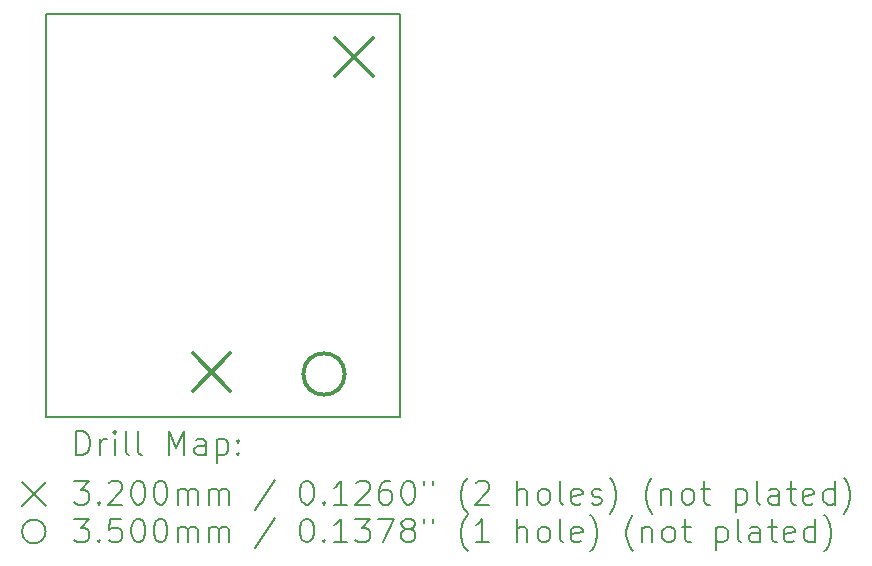
<source format=gbr>
%TF.GenerationSoftware,KiCad,Pcbnew,7.0.9*%
%TF.CreationDate,2023-11-11T09:59:14+01:00*%
%TF.ProjectId,CO2-PwrSupply,434f322d-5077-4725-9375-70706c792e6b,1.0*%
%TF.SameCoordinates,Original*%
%TF.FileFunction,Drillmap*%
%TF.FilePolarity,Positive*%
%FSLAX45Y45*%
G04 Gerber Fmt 4.5, Leading zero omitted, Abs format (unit mm)*
G04 Created by KiCad (PCBNEW 7.0.9) date 2023-11-11 09:59:14*
%MOMM*%
%LPD*%
G01*
G04 APERTURE LIST*
%ADD10C,0.150000*%
%ADD11C,0.200000*%
%ADD12C,0.320000*%
%ADD13C,0.350000*%
G04 APERTURE END LIST*
D10*
X4937300Y-1714500D02*
X7934500Y-1714500D01*
X7934500Y-5130800D01*
X4937300Y-5130800D01*
X4937300Y-1714500D01*
D11*
D12*
X6174300Y-4589800D02*
X6494300Y-4909800D01*
X6494300Y-4589800D02*
X6174300Y-4909800D01*
X7380800Y-1922800D02*
X7700800Y-2242800D01*
X7700800Y-1922800D02*
X7380800Y-2242800D01*
D13*
X7461800Y-4764800D02*
G75*
G03*
X7461800Y-4764800I-175000J0D01*
G01*
D11*
X5190577Y-5449784D02*
X5190577Y-5249784D01*
X5190577Y-5249784D02*
X5238196Y-5249784D01*
X5238196Y-5249784D02*
X5266767Y-5259308D01*
X5266767Y-5259308D02*
X5285815Y-5278355D01*
X5285815Y-5278355D02*
X5295339Y-5297403D01*
X5295339Y-5297403D02*
X5304863Y-5335498D01*
X5304863Y-5335498D02*
X5304863Y-5364070D01*
X5304863Y-5364070D02*
X5295339Y-5402165D01*
X5295339Y-5402165D02*
X5285815Y-5421212D01*
X5285815Y-5421212D02*
X5266767Y-5440260D01*
X5266767Y-5440260D02*
X5238196Y-5449784D01*
X5238196Y-5449784D02*
X5190577Y-5449784D01*
X5390577Y-5449784D02*
X5390577Y-5316450D01*
X5390577Y-5354546D02*
X5400101Y-5335498D01*
X5400101Y-5335498D02*
X5409624Y-5325974D01*
X5409624Y-5325974D02*
X5428672Y-5316450D01*
X5428672Y-5316450D02*
X5447720Y-5316450D01*
X5514386Y-5449784D02*
X5514386Y-5316450D01*
X5514386Y-5249784D02*
X5504863Y-5259308D01*
X5504863Y-5259308D02*
X5514386Y-5268831D01*
X5514386Y-5268831D02*
X5523910Y-5259308D01*
X5523910Y-5259308D02*
X5514386Y-5249784D01*
X5514386Y-5249784D02*
X5514386Y-5268831D01*
X5638196Y-5449784D02*
X5619148Y-5440260D01*
X5619148Y-5440260D02*
X5609624Y-5421212D01*
X5609624Y-5421212D02*
X5609624Y-5249784D01*
X5742958Y-5449784D02*
X5723910Y-5440260D01*
X5723910Y-5440260D02*
X5714386Y-5421212D01*
X5714386Y-5421212D02*
X5714386Y-5249784D01*
X5971529Y-5449784D02*
X5971529Y-5249784D01*
X5971529Y-5249784D02*
X6038196Y-5392641D01*
X6038196Y-5392641D02*
X6104862Y-5249784D01*
X6104862Y-5249784D02*
X6104862Y-5449784D01*
X6285815Y-5449784D02*
X6285815Y-5345022D01*
X6285815Y-5345022D02*
X6276291Y-5325974D01*
X6276291Y-5325974D02*
X6257243Y-5316450D01*
X6257243Y-5316450D02*
X6219148Y-5316450D01*
X6219148Y-5316450D02*
X6200101Y-5325974D01*
X6285815Y-5440260D02*
X6266767Y-5449784D01*
X6266767Y-5449784D02*
X6219148Y-5449784D01*
X6219148Y-5449784D02*
X6200101Y-5440260D01*
X6200101Y-5440260D02*
X6190577Y-5421212D01*
X6190577Y-5421212D02*
X6190577Y-5402165D01*
X6190577Y-5402165D02*
X6200101Y-5383117D01*
X6200101Y-5383117D02*
X6219148Y-5373593D01*
X6219148Y-5373593D02*
X6266767Y-5373593D01*
X6266767Y-5373593D02*
X6285815Y-5364070D01*
X6381053Y-5316450D02*
X6381053Y-5516450D01*
X6381053Y-5325974D02*
X6400101Y-5316450D01*
X6400101Y-5316450D02*
X6438196Y-5316450D01*
X6438196Y-5316450D02*
X6457243Y-5325974D01*
X6457243Y-5325974D02*
X6466767Y-5335498D01*
X6466767Y-5335498D02*
X6476291Y-5354546D01*
X6476291Y-5354546D02*
X6476291Y-5411689D01*
X6476291Y-5411689D02*
X6466767Y-5430736D01*
X6466767Y-5430736D02*
X6457243Y-5440260D01*
X6457243Y-5440260D02*
X6438196Y-5449784D01*
X6438196Y-5449784D02*
X6400101Y-5449784D01*
X6400101Y-5449784D02*
X6381053Y-5440260D01*
X6562005Y-5430736D02*
X6571529Y-5440260D01*
X6571529Y-5440260D02*
X6562005Y-5449784D01*
X6562005Y-5449784D02*
X6552482Y-5440260D01*
X6552482Y-5440260D02*
X6562005Y-5430736D01*
X6562005Y-5430736D02*
X6562005Y-5449784D01*
X6562005Y-5325974D02*
X6571529Y-5335498D01*
X6571529Y-5335498D02*
X6562005Y-5345022D01*
X6562005Y-5345022D02*
X6552482Y-5335498D01*
X6552482Y-5335498D02*
X6562005Y-5325974D01*
X6562005Y-5325974D02*
X6562005Y-5345022D01*
X4729800Y-5678300D02*
X4929800Y-5878300D01*
X4929800Y-5678300D02*
X4729800Y-5878300D01*
X5171529Y-5669784D02*
X5295339Y-5669784D01*
X5295339Y-5669784D02*
X5228672Y-5745974D01*
X5228672Y-5745974D02*
X5257244Y-5745974D01*
X5257244Y-5745974D02*
X5276291Y-5755498D01*
X5276291Y-5755498D02*
X5285815Y-5765022D01*
X5285815Y-5765022D02*
X5295339Y-5784069D01*
X5295339Y-5784069D02*
X5295339Y-5831688D01*
X5295339Y-5831688D02*
X5285815Y-5850736D01*
X5285815Y-5850736D02*
X5276291Y-5860260D01*
X5276291Y-5860260D02*
X5257244Y-5869784D01*
X5257244Y-5869784D02*
X5200101Y-5869784D01*
X5200101Y-5869784D02*
X5181053Y-5860260D01*
X5181053Y-5860260D02*
X5171529Y-5850736D01*
X5381053Y-5850736D02*
X5390577Y-5860260D01*
X5390577Y-5860260D02*
X5381053Y-5869784D01*
X5381053Y-5869784D02*
X5371529Y-5860260D01*
X5371529Y-5860260D02*
X5381053Y-5850736D01*
X5381053Y-5850736D02*
X5381053Y-5869784D01*
X5466767Y-5688831D02*
X5476291Y-5679308D01*
X5476291Y-5679308D02*
X5495339Y-5669784D01*
X5495339Y-5669784D02*
X5542958Y-5669784D01*
X5542958Y-5669784D02*
X5562005Y-5679308D01*
X5562005Y-5679308D02*
X5571529Y-5688831D01*
X5571529Y-5688831D02*
X5581053Y-5707879D01*
X5581053Y-5707879D02*
X5581053Y-5726927D01*
X5581053Y-5726927D02*
X5571529Y-5755498D01*
X5571529Y-5755498D02*
X5457244Y-5869784D01*
X5457244Y-5869784D02*
X5581053Y-5869784D01*
X5704862Y-5669784D02*
X5723910Y-5669784D01*
X5723910Y-5669784D02*
X5742958Y-5679308D01*
X5742958Y-5679308D02*
X5752482Y-5688831D01*
X5752482Y-5688831D02*
X5762005Y-5707879D01*
X5762005Y-5707879D02*
X5771529Y-5745974D01*
X5771529Y-5745974D02*
X5771529Y-5793593D01*
X5771529Y-5793593D02*
X5762005Y-5831688D01*
X5762005Y-5831688D02*
X5752482Y-5850736D01*
X5752482Y-5850736D02*
X5742958Y-5860260D01*
X5742958Y-5860260D02*
X5723910Y-5869784D01*
X5723910Y-5869784D02*
X5704862Y-5869784D01*
X5704862Y-5869784D02*
X5685815Y-5860260D01*
X5685815Y-5860260D02*
X5676291Y-5850736D01*
X5676291Y-5850736D02*
X5666767Y-5831688D01*
X5666767Y-5831688D02*
X5657243Y-5793593D01*
X5657243Y-5793593D02*
X5657243Y-5745974D01*
X5657243Y-5745974D02*
X5666767Y-5707879D01*
X5666767Y-5707879D02*
X5676291Y-5688831D01*
X5676291Y-5688831D02*
X5685815Y-5679308D01*
X5685815Y-5679308D02*
X5704862Y-5669784D01*
X5895339Y-5669784D02*
X5914386Y-5669784D01*
X5914386Y-5669784D02*
X5933434Y-5679308D01*
X5933434Y-5679308D02*
X5942958Y-5688831D01*
X5942958Y-5688831D02*
X5952482Y-5707879D01*
X5952482Y-5707879D02*
X5962005Y-5745974D01*
X5962005Y-5745974D02*
X5962005Y-5793593D01*
X5962005Y-5793593D02*
X5952482Y-5831688D01*
X5952482Y-5831688D02*
X5942958Y-5850736D01*
X5942958Y-5850736D02*
X5933434Y-5860260D01*
X5933434Y-5860260D02*
X5914386Y-5869784D01*
X5914386Y-5869784D02*
X5895339Y-5869784D01*
X5895339Y-5869784D02*
X5876291Y-5860260D01*
X5876291Y-5860260D02*
X5866767Y-5850736D01*
X5866767Y-5850736D02*
X5857243Y-5831688D01*
X5857243Y-5831688D02*
X5847720Y-5793593D01*
X5847720Y-5793593D02*
X5847720Y-5745974D01*
X5847720Y-5745974D02*
X5857243Y-5707879D01*
X5857243Y-5707879D02*
X5866767Y-5688831D01*
X5866767Y-5688831D02*
X5876291Y-5679308D01*
X5876291Y-5679308D02*
X5895339Y-5669784D01*
X6047720Y-5869784D02*
X6047720Y-5736450D01*
X6047720Y-5755498D02*
X6057243Y-5745974D01*
X6057243Y-5745974D02*
X6076291Y-5736450D01*
X6076291Y-5736450D02*
X6104863Y-5736450D01*
X6104863Y-5736450D02*
X6123910Y-5745974D01*
X6123910Y-5745974D02*
X6133434Y-5765022D01*
X6133434Y-5765022D02*
X6133434Y-5869784D01*
X6133434Y-5765022D02*
X6142958Y-5745974D01*
X6142958Y-5745974D02*
X6162005Y-5736450D01*
X6162005Y-5736450D02*
X6190577Y-5736450D01*
X6190577Y-5736450D02*
X6209624Y-5745974D01*
X6209624Y-5745974D02*
X6219148Y-5765022D01*
X6219148Y-5765022D02*
X6219148Y-5869784D01*
X6314386Y-5869784D02*
X6314386Y-5736450D01*
X6314386Y-5755498D02*
X6323910Y-5745974D01*
X6323910Y-5745974D02*
X6342958Y-5736450D01*
X6342958Y-5736450D02*
X6371529Y-5736450D01*
X6371529Y-5736450D02*
X6390577Y-5745974D01*
X6390577Y-5745974D02*
X6400101Y-5765022D01*
X6400101Y-5765022D02*
X6400101Y-5869784D01*
X6400101Y-5765022D02*
X6409624Y-5745974D01*
X6409624Y-5745974D02*
X6428672Y-5736450D01*
X6428672Y-5736450D02*
X6457243Y-5736450D01*
X6457243Y-5736450D02*
X6476291Y-5745974D01*
X6476291Y-5745974D02*
X6485815Y-5765022D01*
X6485815Y-5765022D02*
X6485815Y-5869784D01*
X6876291Y-5660260D02*
X6704863Y-5917403D01*
X7133434Y-5669784D02*
X7152482Y-5669784D01*
X7152482Y-5669784D02*
X7171529Y-5679308D01*
X7171529Y-5679308D02*
X7181053Y-5688831D01*
X7181053Y-5688831D02*
X7190577Y-5707879D01*
X7190577Y-5707879D02*
X7200101Y-5745974D01*
X7200101Y-5745974D02*
X7200101Y-5793593D01*
X7200101Y-5793593D02*
X7190577Y-5831688D01*
X7190577Y-5831688D02*
X7181053Y-5850736D01*
X7181053Y-5850736D02*
X7171529Y-5860260D01*
X7171529Y-5860260D02*
X7152482Y-5869784D01*
X7152482Y-5869784D02*
X7133434Y-5869784D01*
X7133434Y-5869784D02*
X7114386Y-5860260D01*
X7114386Y-5860260D02*
X7104863Y-5850736D01*
X7104863Y-5850736D02*
X7095339Y-5831688D01*
X7095339Y-5831688D02*
X7085815Y-5793593D01*
X7085815Y-5793593D02*
X7085815Y-5745974D01*
X7085815Y-5745974D02*
X7095339Y-5707879D01*
X7095339Y-5707879D02*
X7104863Y-5688831D01*
X7104863Y-5688831D02*
X7114386Y-5679308D01*
X7114386Y-5679308D02*
X7133434Y-5669784D01*
X7285815Y-5850736D02*
X7295339Y-5860260D01*
X7295339Y-5860260D02*
X7285815Y-5869784D01*
X7285815Y-5869784D02*
X7276291Y-5860260D01*
X7276291Y-5860260D02*
X7285815Y-5850736D01*
X7285815Y-5850736D02*
X7285815Y-5869784D01*
X7485815Y-5869784D02*
X7371529Y-5869784D01*
X7428672Y-5869784D02*
X7428672Y-5669784D01*
X7428672Y-5669784D02*
X7409625Y-5698355D01*
X7409625Y-5698355D02*
X7390577Y-5717403D01*
X7390577Y-5717403D02*
X7371529Y-5726927D01*
X7562006Y-5688831D02*
X7571529Y-5679308D01*
X7571529Y-5679308D02*
X7590577Y-5669784D01*
X7590577Y-5669784D02*
X7638196Y-5669784D01*
X7638196Y-5669784D02*
X7657244Y-5679308D01*
X7657244Y-5679308D02*
X7666767Y-5688831D01*
X7666767Y-5688831D02*
X7676291Y-5707879D01*
X7676291Y-5707879D02*
X7676291Y-5726927D01*
X7676291Y-5726927D02*
X7666767Y-5755498D01*
X7666767Y-5755498D02*
X7552482Y-5869784D01*
X7552482Y-5869784D02*
X7676291Y-5869784D01*
X7847720Y-5669784D02*
X7809625Y-5669784D01*
X7809625Y-5669784D02*
X7790577Y-5679308D01*
X7790577Y-5679308D02*
X7781053Y-5688831D01*
X7781053Y-5688831D02*
X7762006Y-5717403D01*
X7762006Y-5717403D02*
X7752482Y-5755498D01*
X7752482Y-5755498D02*
X7752482Y-5831688D01*
X7752482Y-5831688D02*
X7762006Y-5850736D01*
X7762006Y-5850736D02*
X7771529Y-5860260D01*
X7771529Y-5860260D02*
X7790577Y-5869784D01*
X7790577Y-5869784D02*
X7828672Y-5869784D01*
X7828672Y-5869784D02*
X7847720Y-5860260D01*
X7847720Y-5860260D02*
X7857244Y-5850736D01*
X7857244Y-5850736D02*
X7866767Y-5831688D01*
X7866767Y-5831688D02*
X7866767Y-5784069D01*
X7866767Y-5784069D02*
X7857244Y-5765022D01*
X7857244Y-5765022D02*
X7847720Y-5755498D01*
X7847720Y-5755498D02*
X7828672Y-5745974D01*
X7828672Y-5745974D02*
X7790577Y-5745974D01*
X7790577Y-5745974D02*
X7771529Y-5755498D01*
X7771529Y-5755498D02*
X7762006Y-5765022D01*
X7762006Y-5765022D02*
X7752482Y-5784069D01*
X7990577Y-5669784D02*
X8009625Y-5669784D01*
X8009625Y-5669784D02*
X8028672Y-5679308D01*
X8028672Y-5679308D02*
X8038196Y-5688831D01*
X8038196Y-5688831D02*
X8047720Y-5707879D01*
X8047720Y-5707879D02*
X8057244Y-5745974D01*
X8057244Y-5745974D02*
X8057244Y-5793593D01*
X8057244Y-5793593D02*
X8047720Y-5831688D01*
X8047720Y-5831688D02*
X8038196Y-5850736D01*
X8038196Y-5850736D02*
X8028672Y-5860260D01*
X8028672Y-5860260D02*
X8009625Y-5869784D01*
X8009625Y-5869784D02*
X7990577Y-5869784D01*
X7990577Y-5869784D02*
X7971529Y-5860260D01*
X7971529Y-5860260D02*
X7962006Y-5850736D01*
X7962006Y-5850736D02*
X7952482Y-5831688D01*
X7952482Y-5831688D02*
X7942958Y-5793593D01*
X7942958Y-5793593D02*
X7942958Y-5745974D01*
X7942958Y-5745974D02*
X7952482Y-5707879D01*
X7952482Y-5707879D02*
X7962006Y-5688831D01*
X7962006Y-5688831D02*
X7971529Y-5679308D01*
X7971529Y-5679308D02*
X7990577Y-5669784D01*
X8133434Y-5669784D02*
X8133434Y-5707879D01*
X8209625Y-5669784D02*
X8209625Y-5707879D01*
X8504863Y-5945974D02*
X8495339Y-5936450D01*
X8495339Y-5936450D02*
X8476291Y-5907879D01*
X8476291Y-5907879D02*
X8466768Y-5888831D01*
X8466768Y-5888831D02*
X8457244Y-5860260D01*
X8457244Y-5860260D02*
X8447720Y-5812641D01*
X8447720Y-5812641D02*
X8447720Y-5774546D01*
X8447720Y-5774546D02*
X8457244Y-5726927D01*
X8457244Y-5726927D02*
X8466768Y-5698355D01*
X8466768Y-5698355D02*
X8476291Y-5679308D01*
X8476291Y-5679308D02*
X8495339Y-5650736D01*
X8495339Y-5650736D02*
X8504863Y-5641212D01*
X8571530Y-5688831D02*
X8581053Y-5679308D01*
X8581053Y-5679308D02*
X8600101Y-5669784D01*
X8600101Y-5669784D02*
X8647720Y-5669784D01*
X8647720Y-5669784D02*
X8666768Y-5679308D01*
X8666768Y-5679308D02*
X8676291Y-5688831D01*
X8676291Y-5688831D02*
X8685815Y-5707879D01*
X8685815Y-5707879D02*
X8685815Y-5726927D01*
X8685815Y-5726927D02*
X8676291Y-5755498D01*
X8676291Y-5755498D02*
X8562006Y-5869784D01*
X8562006Y-5869784D02*
X8685815Y-5869784D01*
X8923911Y-5869784D02*
X8923911Y-5669784D01*
X9009625Y-5869784D02*
X9009625Y-5765022D01*
X9009625Y-5765022D02*
X9000101Y-5745974D01*
X9000101Y-5745974D02*
X8981053Y-5736450D01*
X8981053Y-5736450D02*
X8952482Y-5736450D01*
X8952482Y-5736450D02*
X8933434Y-5745974D01*
X8933434Y-5745974D02*
X8923911Y-5755498D01*
X9133434Y-5869784D02*
X9114387Y-5860260D01*
X9114387Y-5860260D02*
X9104863Y-5850736D01*
X9104863Y-5850736D02*
X9095339Y-5831688D01*
X9095339Y-5831688D02*
X9095339Y-5774546D01*
X9095339Y-5774546D02*
X9104863Y-5755498D01*
X9104863Y-5755498D02*
X9114387Y-5745974D01*
X9114387Y-5745974D02*
X9133434Y-5736450D01*
X9133434Y-5736450D02*
X9162006Y-5736450D01*
X9162006Y-5736450D02*
X9181053Y-5745974D01*
X9181053Y-5745974D02*
X9190577Y-5755498D01*
X9190577Y-5755498D02*
X9200101Y-5774546D01*
X9200101Y-5774546D02*
X9200101Y-5831688D01*
X9200101Y-5831688D02*
X9190577Y-5850736D01*
X9190577Y-5850736D02*
X9181053Y-5860260D01*
X9181053Y-5860260D02*
X9162006Y-5869784D01*
X9162006Y-5869784D02*
X9133434Y-5869784D01*
X9314387Y-5869784D02*
X9295339Y-5860260D01*
X9295339Y-5860260D02*
X9285815Y-5841212D01*
X9285815Y-5841212D02*
X9285815Y-5669784D01*
X9466768Y-5860260D02*
X9447720Y-5869784D01*
X9447720Y-5869784D02*
X9409625Y-5869784D01*
X9409625Y-5869784D02*
X9390577Y-5860260D01*
X9390577Y-5860260D02*
X9381053Y-5841212D01*
X9381053Y-5841212D02*
X9381053Y-5765022D01*
X9381053Y-5765022D02*
X9390577Y-5745974D01*
X9390577Y-5745974D02*
X9409625Y-5736450D01*
X9409625Y-5736450D02*
X9447720Y-5736450D01*
X9447720Y-5736450D02*
X9466768Y-5745974D01*
X9466768Y-5745974D02*
X9476292Y-5765022D01*
X9476292Y-5765022D02*
X9476292Y-5784069D01*
X9476292Y-5784069D02*
X9381053Y-5803117D01*
X9552482Y-5860260D02*
X9571530Y-5869784D01*
X9571530Y-5869784D02*
X9609625Y-5869784D01*
X9609625Y-5869784D02*
X9628673Y-5860260D01*
X9628673Y-5860260D02*
X9638196Y-5841212D01*
X9638196Y-5841212D02*
X9638196Y-5831688D01*
X9638196Y-5831688D02*
X9628673Y-5812641D01*
X9628673Y-5812641D02*
X9609625Y-5803117D01*
X9609625Y-5803117D02*
X9581053Y-5803117D01*
X9581053Y-5803117D02*
X9562006Y-5793593D01*
X9562006Y-5793593D02*
X9552482Y-5774546D01*
X9552482Y-5774546D02*
X9552482Y-5765022D01*
X9552482Y-5765022D02*
X9562006Y-5745974D01*
X9562006Y-5745974D02*
X9581053Y-5736450D01*
X9581053Y-5736450D02*
X9609625Y-5736450D01*
X9609625Y-5736450D02*
X9628673Y-5745974D01*
X9704863Y-5945974D02*
X9714387Y-5936450D01*
X9714387Y-5936450D02*
X9733434Y-5907879D01*
X9733434Y-5907879D02*
X9742958Y-5888831D01*
X9742958Y-5888831D02*
X9752482Y-5860260D01*
X9752482Y-5860260D02*
X9762006Y-5812641D01*
X9762006Y-5812641D02*
X9762006Y-5774546D01*
X9762006Y-5774546D02*
X9752482Y-5726927D01*
X9752482Y-5726927D02*
X9742958Y-5698355D01*
X9742958Y-5698355D02*
X9733434Y-5679308D01*
X9733434Y-5679308D02*
X9714387Y-5650736D01*
X9714387Y-5650736D02*
X9704863Y-5641212D01*
X10066768Y-5945974D02*
X10057244Y-5936450D01*
X10057244Y-5936450D02*
X10038196Y-5907879D01*
X10038196Y-5907879D02*
X10028673Y-5888831D01*
X10028673Y-5888831D02*
X10019149Y-5860260D01*
X10019149Y-5860260D02*
X10009625Y-5812641D01*
X10009625Y-5812641D02*
X10009625Y-5774546D01*
X10009625Y-5774546D02*
X10019149Y-5726927D01*
X10019149Y-5726927D02*
X10028673Y-5698355D01*
X10028673Y-5698355D02*
X10038196Y-5679308D01*
X10038196Y-5679308D02*
X10057244Y-5650736D01*
X10057244Y-5650736D02*
X10066768Y-5641212D01*
X10142958Y-5736450D02*
X10142958Y-5869784D01*
X10142958Y-5755498D02*
X10152482Y-5745974D01*
X10152482Y-5745974D02*
X10171530Y-5736450D01*
X10171530Y-5736450D02*
X10200101Y-5736450D01*
X10200101Y-5736450D02*
X10219149Y-5745974D01*
X10219149Y-5745974D02*
X10228673Y-5765022D01*
X10228673Y-5765022D02*
X10228673Y-5869784D01*
X10352482Y-5869784D02*
X10333434Y-5860260D01*
X10333434Y-5860260D02*
X10323911Y-5850736D01*
X10323911Y-5850736D02*
X10314387Y-5831688D01*
X10314387Y-5831688D02*
X10314387Y-5774546D01*
X10314387Y-5774546D02*
X10323911Y-5755498D01*
X10323911Y-5755498D02*
X10333434Y-5745974D01*
X10333434Y-5745974D02*
X10352482Y-5736450D01*
X10352482Y-5736450D02*
X10381054Y-5736450D01*
X10381054Y-5736450D02*
X10400101Y-5745974D01*
X10400101Y-5745974D02*
X10409625Y-5755498D01*
X10409625Y-5755498D02*
X10419149Y-5774546D01*
X10419149Y-5774546D02*
X10419149Y-5831688D01*
X10419149Y-5831688D02*
X10409625Y-5850736D01*
X10409625Y-5850736D02*
X10400101Y-5860260D01*
X10400101Y-5860260D02*
X10381054Y-5869784D01*
X10381054Y-5869784D02*
X10352482Y-5869784D01*
X10476292Y-5736450D02*
X10552482Y-5736450D01*
X10504863Y-5669784D02*
X10504863Y-5841212D01*
X10504863Y-5841212D02*
X10514387Y-5860260D01*
X10514387Y-5860260D02*
X10533434Y-5869784D01*
X10533434Y-5869784D02*
X10552482Y-5869784D01*
X10771530Y-5736450D02*
X10771530Y-5936450D01*
X10771530Y-5745974D02*
X10790577Y-5736450D01*
X10790577Y-5736450D02*
X10828673Y-5736450D01*
X10828673Y-5736450D02*
X10847720Y-5745974D01*
X10847720Y-5745974D02*
X10857244Y-5755498D01*
X10857244Y-5755498D02*
X10866768Y-5774546D01*
X10866768Y-5774546D02*
X10866768Y-5831688D01*
X10866768Y-5831688D02*
X10857244Y-5850736D01*
X10857244Y-5850736D02*
X10847720Y-5860260D01*
X10847720Y-5860260D02*
X10828673Y-5869784D01*
X10828673Y-5869784D02*
X10790577Y-5869784D01*
X10790577Y-5869784D02*
X10771530Y-5860260D01*
X10981054Y-5869784D02*
X10962006Y-5860260D01*
X10962006Y-5860260D02*
X10952482Y-5841212D01*
X10952482Y-5841212D02*
X10952482Y-5669784D01*
X11142958Y-5869784D02*
X11142958Y-5765022D01*
X11142958Y-5765022D02*
X11133435Y-5745974D01*
X11133435Y-5745974D02*
X11114387Y-5736450D01*
X11114387Y-5736450D02*
X11076292Y-5736450D01*
X11076292Y-5736450D02*
X11057244Y-5745974D01*
X11142958Y-5860260D02*
X11123911Y-5869784D01*
X11123911Y-5869784D02*
X11076292Y-5869784D01*
X11076292Y-5869784D02*
X11057244Y-5860260D01*
X11057244Y-5860260D02*
X11047720Y-5841212D01*
X11047720Y-5841212D02*
X11047720Y-5822165D01*
X11047720Y-5822165D02*
X11057244Y-5803117D01*
X11057244Y-5803117D02*
X11076292Y-5793593D01*
X11076292Y-5793593D02*
X11123911Y-5793593D01*
X11123911Y-5793593D02*
X11142958Y-5784069D01*
X11209625Y-5736450D02*
X11285815Y-5736450D01*
X11238196Y-5669784D02*
X11238196Y-5841212D01*
X11238196Y-5841212D02*
X11247720Y-5860260D01*
X11247720Y-5860260D02*
X11266768Y-5869784D01*
X11266768Y-5869784D02*
X11285815Y-5869784D01*
X11428673Y-5860260D02*
X11409625Y-5869784D01*
X11409625Y-5869784D02*
X11371530Y-5869784D01*
X11371530Y-5869784D02*
X11352482Y-5860260D01*
X11352482Y-5860260D02*
X11342958Y-5841212D01*
X11342958Y-5841212D02*
X11342958Y-5765022D01*
X11342958Y-5765022D02*
X11352482Y-5745974D01*
X11352482Y-5745974D02*
X11371530Y-5736450D01*
X11371530Y-5736450D02*
X11409625Y-5736450D01*
X11409625Y-5736450D02*
X11428673Y-5745974D01*
X11428673Y-5745974D02*
X11438196Y-5765022D01*
X11438196Y-5765022D02*
X11438196Y-5784069D01*
X11438196Y-5784069D02*
X11342958Y-5803117D01*
X11609625Y-5869784D02*
X11609625Y-5669784D01*
X11609625Y-5860260D02*
X11590577Y-5869784D01*
X11590577Y-5869784D02*
X11552482Y-5869784D01*
X11552482Y-5869784D02*
X11533434Y-5860260D01*
X11533434Y-5860260D02*
X11523911Y-5850736D01*
X11523911Y-5850736D02*
X11514387Y-5831688D01*
X11514387Y-5831688D02*
X11514387Y-5774546D01*
X11514387Y-5774546D02*
X11523911Y-5755498D01*
X11523911Y-5755498D02*
X11533434Y-5745974D01*
X11533434Y-5745974D02*
X11552482Y-5736450D01*
X11552482Y-5736450D02*
X11590577Y-5736450D01*
X11590577Y-5736450D02*
X11609625Y-5745974D01*
X11685815Y-5945974D02*
X11695339Y-5936450D01*
X11695339Y-5936450D02*
X11714387Y-5907879D01*
X11714387Y-5907879D02*
X11723911Y-5888831D01*
X11723911Y-5888831D02*
X11733434Y-5860260D01*
X11733434Y-5860260D02*
X11742958Y-5812641D01*
X11742958Y-5812641D02*
X11742958Y-5774546D01*
X11742958Y-5774546D02*
X11733434Y-5726927D01*
X11733434Y-5726927D02*
X11723911Y-5698355D01*
X11723911Y-5698355D02*
X11714387Y-5679308D01*
X11714387Y-5679308D02*
X11695339Y-5650736D01*
X11695339Y-5650736D02*
X11685815Y-5641212D01*
X4929800Y-6098300D02*
G75*
G03*
X4929800Y-6098300I-100000J0D01*
G01*
X5171529Y-5989784D02*
X5295339Y-5989784D01*
X5295339Y-5989784D02*
X5228672Y-6065974D01*
X5228672Y-6065974D02*
X5257244Y-6065974D01*
X5257244Y-6065974D02*
X5276291Y-6075498D01*
X5276291Y-6075498D02*
X5285815Y-6085022D01*
X5285815Y-6085022D02*
X5295339Y-6104069D01*
X5295339Y-6104069D02*
X5295339Y-6151688D01*
X5295339Y-6151688D02*
X5285815Y-6170736D01*
X5285815Y-6170736D02*
X5276291Y-6180260D01*
X5276291Y-6180260D02*
X5257244Y-6189784D01*
X5257244Y-6189784D02*
X5200101Y-6189784D01*
X5200101Y-6189784D02*
X5181053Y-6180260D01*
X5181053Y-6180260D02*
X5171529Y-6170736D01*
X5381053Y-6170736D02*
X5390577Y-6180260D01*
X5390577Y-6180260D02*
X5381053Y-6189784D01*
X5381053Y-6189784D02*
X5371529Y-6180260D01*
X5371529Y-6180260D02*
X5381053Y-6170736D01*
X5381053Y-6170736D02*
X5381053Y-6189784D01*
X5571529Y-5989784D02*
X5476291Y-5989784D01*
X5476291Y-5989784D02*
X5466767Y-6085022D01*
X5466767Y-6085022D02*
X5476291Y-6075498D01*
X5476291Y-6075498D02*
X5495339Y-6065974D01*
X5495339Y-6065974D02*
X5542958Y-6065974D01*
X5542958Y-6065974D02*
X5562005Y-6075498D01*
X5562005Y-6075498D02*
X5571529Y-6085022D01*
X5571529Y-6085022D02*
X5581053Y-6104069D01*
X5581053Y-6104069D02*
X5581053Y-6151688D01*
X5581053Y-6151688D02*
X5571529Y-6170736D01*
X5571529Y-6170736D02*
X5562005Y-6180260D01*
X5562005Y-6180260D02*
X5542958Y-6189784D01*
X5542958Y-6189784D02*
X5495339Y-6189784D01*
X5495339Y-6189784D02*
X5476291Y-6180260D01*
X5476291Y-6180260D02*
X5466767Y-6170736D01*
X5704862Y-5989784D02*
X5723910Y-5989784D01*
X5723910Y-5989784D02*
X5742958Y-5999308D01*
X5742958Y-5999308D02*
X5752482Y-6008831D01*
X5752482Y-6008831D02*
X5762005Y-6027879D01*
X5762005Y-6027879D02*
X5771529Y-6065974D01*
X5771529Y-6065974D02*
X5771529Y-6113593D01*
X5771529Y-6113593D02*
X5762005Y-6151688D01*
X5762005Y-6151688D02*
X5752482Y-6170736D01*
X5752482Y-6170736D02*
X5742958Y-6180260D01*
X5742958Y-6180260D02*
X5723910Y-6189784D01*
X5723910Y-6189784D02*
X5704862Y-6189784D01*
X5704862Y-6189784D02*
X5685815Y-6180260D01*
X5685815Y-6180260D02*
X5676291Y-6170736D01*
X5676291Y-6170736D02*
X5666767Y-6151688D01*
X5666767Y-6151688D02*
X5657243Y-6113593D01*
X5657243Y-6113593D02*
X5657243Y-6065974D01*
X5657243Y-6065974D02*
X5666767Y-6027879D01*
X5666767Y-6027879D02*
X5676291Y-6008831D01*
X5676291Y-6008831D02*
X5685815Y-5999308D01*
X5685815Y-5999308D02*
X5704862Y-5989784D01*
X5895339Y-5989784D02*
X5914386Y-5989784D01*
X5914386Y-5989784D02*
X5933434Y-5999308D01*
X5933434Y-5999308D02*
X5942958Y-6008831D01*
X5942958Y-6008831D02*
X5952482Y-6027879D01*
X5952482Y-6027879D02*
X5962005Y-6065974D01*
X5962005Y-6065974D02*
X5962005Y-6113593D01*
X5962005Y-6113593D02*
X5952482Y-6151688D01*
X5952482Y-6151688D02*
X5942958Y-6170736D01*
X5942958Y-6170736D02*
X5933434Y-6180260D01*
X5933434Y-6180260D02*
X5914386Y-6189784D01*
X5914386Y-6189784D02*
X5895339Y-6189784D01*
X5895339Y-6189784D02*
X5876291Y-6180260D01*
X5876291Y-6180260D02*
X5866767Y-6170736D01*
X5866767Y-6170736D02*
X5857243Y-6151688D01*
X5857243Y-6151688D02*
X5847720Y-6113593D01*
X5847720Y-6113593D02*
X5847720Y-6065974D01*
X5847720Y-6065974D02*
X5857243Y-6027879D01*
X5857243Y-6027879D02*
X5866767Y-6008831D01*
X5866767Y-6008831D02*
X5876291Y-5999308D01*
X5876291Y-5999308D02*
X5895339Y-5989784D01*
X6047720Y-6189784D02*
X6047720Y-6056450D01*
X6047720Y-6075498D02*
X6057243Y-6065974D01*
X6057243Y-6065974D02*
X6076291Y-6056450D01*
X6076291Y-6056450D02*
X6104863Y-6056450D01*
X6104863Y-6056450D02*
X6123910Y-6065974D01*
X6123910Y-6065974D02*
X6133434Y-6085022D01*
X6133434Y-6085022D02*
X6133434Y-6189784D01*
X6133434Y-6085022D02*
X6142958Y-6065974D01*
X6142958Y-6065974D02*
X6162005Y-6056450D01*
X6162005Y-6056450D02*
X6190577Y-6056450D01*
X6190577Y-6056450D02*
X6209624Y-6065974D01*
X6209624Y-6065974D02*
X6219148Y-6085022D01*
X6219148Y-6085022D02*
X6219148Y-6189784D01*
X6314386Y-6189784D02*
X6314386Y-6056450D01*
X6314386Y-6075498D02*
X6323910Y-6065974D01*
X6323910Y-6065974D02*
X6342958Y-6056450D01*
X6342958Y-6056450D02*
X6371529Y-6056450D01*
X6371529Y-6056450D02*
X6390577Y-6065974D01*
X6390577Y-6065974D02*
X6400101Y-6085022D01*
X6400101Y-6085022D02*
X6400101Y-6189784D01*
X6400101Y-6085022D02*
X6409624Y-6065974D01*
X6409624Y-6065974D02*
X6428672Y-6056450D01*
X6428672Y-6056450D02*
X6457243Y-6056450D01*
X6457243Y-6056450D02*
X6476291Y-6065974D01*
X6476291Y-6065974D02*
X6485815Y-6085022D01*
X6485815Y-6085022D02*
X6485815Y-6189784D01*
X6876291Y-5980260D02*
X6704863Y-6237403D01*
X7133434Y-5989784D02*
X7152482Y-5989784D01*
X7152482Y-5989784D02*
X7171529Y-5999308D01*
X7171529Y-5999308D02*
X7181053Y-6008831D01*
X7181053Y-6008831D02*
X7190577Y-6027879D01*
X7190577Y-6027879D02*
X7200101Y-6065974D01*
X7200101Y-6065974D02*
X7200101Y-6113593D01*
X7200101Y-6113593D02*
X7190577Y-6151688D01*
X7190577Y-6151688D02*
X7181053Y-6170736D01*
X7181053Y-6170736D02*
X7171529Y-6180260D01*
X7171529Y-6180260D02*
X7152482Y-6189784D01*
X7152482Y-6189784D02*
X7133434Y-6189784D01*
X7133434Y-6189784D02*
X7114386Y-6180260D01*
X7114386Y-6180260D02*
X7104863Y-6170736D01*
X7104863Y-6170736D02*
X7095339Y-6151688D01*
X7095339Y-6151688D02*
X7085815Y-6113593D01*
X7085815Y-6113593D02*
X7085815Y-6065974D01*
X7085815Y-6065974D02*
X7095339Y-6027879D01*
X7095339Y-6027879D02*
X7104863Y-6008831D01*
X7104863Y-6008831D02*
X7114386Y-5999308D01*
X7114386Y-5999308D02*
X7133434Y-5989784D01*
X7285815Y-6170736D02*
X7295339Y-6180260D01*
X7295339Y-6180260D02*
X7285815Y-6189784D01*
X7285815Y-6189784D02*
X7276291Y-6180260D01*
X7276291Y-6180260D02*
X7285815Y-6170736D01*
X7285815Y-6170736D02*
X7285815Y-6189784D01*
X7485815Y-6189784D02*
X7371529Y-6189784D01*
X7428672Y-6189784D02*
X7428672Y-5989784D01*
X7428672Y-5989784D02*
X7409625Y-6018355D01*
X7409625Y-6018355D02*
X7390577Y-6037403D01*
X7390577Y-6037403D02*
X7371529Y-6046927D01*
X7552482Y-5989784D02*
X7676291Y-5989784D01*
X7676291Y-5989784D02*
X7609625Y-6065974D01*
X7609625Y-6065974D02*
X7638196Y-6065974D01*
X7638196Y-6065974D02*
X7657244Y-6075498D01*
X7657244Y-6075498D02*
X7666767Y-6085022D01*
X7666767Y-6085022D02*
X7676291Y-6104069D01*
X7676291Y-6104069D02*
X7676291Y-6151688D01*
X7676291Y-6151688D02*
X7666767Y-6170736D01*
X7666767Y-6170736D02*
X7657244Y-6180260D01*
X7657244Y-6180260D02*
X7638196Y-6189784D01*
X7638196Y-6189784D02*
X7581053Y-6189784D01*
X7581053Y-6189784D02*
X7562006Y-6180260D01*
X7562006Y-6180260D02*
X7552482Y-6170736D01*
X7742958Y-5989784D02*
X7876291Y-5989784D01*
X7876291Y-5989784D02*
X7790577Y-6189784D01*
X7981053Y-6075498D02*
X7962006Y-6065974D01*
X7962006Y-6065974D02*
X7952482Y-6056450D01*
X7952482Y-6056450D02*
X7942958Y-6037403D01*
X7942958Y-6037403D02*
X7942958Y-6027879D01*
X7942958Y-6027879D02*
X7952482Y-6008831D01*
X7952482Y-6008831D02*
X7962006Y-5999308D01*
X7962006Y-5999308D02*
X7981053Y-5989784D01*
X7981053Y-5989784D02*
X8019148Y-5989784D01*
X8019148Y-5989784D02*
X8038196Y-5999308D01*
X8038196Y-5999308D02*
X8047720Y-6008831D01*
X8047720Y-6008831D02*
X8057244Y-6027879D01*
X8057244Y-6027879D02*
X8057244Y-6037403D01*
X8057244Y-6037403D02*
X8047720Y-6056450D01*
X8047720Y-6056450D02*
X8038196Y-6065974D01*
X8038196Y-6065974D02*
X8019148Y-6075498D01*
X8019148Y-6075498D02*
X7981053Y-6075498D01*
X7981053Y-6075498D02*
X7962006Y-6085022D01*
X7962006Y-6085022D02*
X7952482Y-6094546D01*
X7952482Y-6094546D02*
X7942958Y-6113593D01*
X7942958Y-6113593D02*
X7942958Y-6151688D01*
X7942958Y-6151688D02*
X7952482Y-6170736D01*
X7952482Y-6170736D02*
X7962006Y-6180260D01*
X7962006Y-6180260D02*
X7981053Y-6189784D01*
X7981053Y-6189784D02*
X8019148Y-6189784D01*
X8019148Y-6189784D02*
X8038196Y-6180260D01*
X8038196Y-6180260D02*
X8047720Y-6170736D01*
X8047720Y-6170736D02*
X8057244Y-6151688D01*
X8057244Y-6151688D02*
X8057244Y-6113593D01*
X8057244Y-6113593D02*
X8047720Y-6094546D01*
X8047720Y-6094546D02*
X8038196Y-6085022D01*
X8038196Y-6085022D02*
X8019148Y-6075498D01*
X8133434Y-5989784D02*
X8133434Y-6027879D01*
X8209625Y-5989784D02*
X8209625Y-6027879D01*
X8504863Y-6265974D02*
X8495339Y-6256450D01*
X8495339Y-6256450D02*
X8476291Y-6227879D01*
X8476291Y-6227879D02*
X8466768Y-6208831D01*
X8466768Y-6208831D02*
X8457244Y-6180260D01*
X8457244Y-6180260D02*
X8447720Y-6132641D01*
X8447720Y-6132641D02*
X8447720Y-6094546D01*
X8447720Y-6094546D02*
X8457244Y-6046927D01*
X8457244Y-6046927D02*
X8466768Y-6018355D01*
X8466768Y-6018355D02*
X8476291Y-5999308D01*
X8476291Y-5999308D02*
X8495339Y-5970736D01*
X8495339Y-5970736D02*
X8504863Y-5961212D01*
X8685815Y-6189784D02*
X8571530Y-6189784D01*
X8628672Y-6189784D02*
X8628672Y-5989784D01*
X8628672Y-5989784D02*
X8609625Y-6018355D01*
X8609625Y-6018355D02*
X8590577Y-6037403D01*
X8590577Y-6037403D02*
X8571530Y-6046927D01*
X8923911Y-6189784D02*
X8923911Y-5989784D01*
X9009625Y-6189784D02*
X9009625Y-6085022D01*
X9009625Y-6085022D02*
X9000101Y-6065974D01*
X9000101Y-6065974D02*
X8981053Y-6056450D01*
X8981053Y-6056450D02*
X8952482Y-6056450D01*
X8952482Y-6056450D02*
X8933434Y-6065974D01*
X8933434Y-6065974D02*
X8923911Y-6075498D01*
X9133434Y-6189784D02*
X9114387Y-6180260D01*
X9114387Y-6180260D02*
X9104863Y-6170736D01*
X9104863Y-6170736D02*
X9095339Y-6151688D01*
X9095339Y-6151688D02*
X9095339Y-6094546D01*
X9095339Y-6094546D02*
X9104863Y-6075498D01*
X9104863Y-6075498D02*
X9114387Y-6065974D01*
X9114387Y-6065974D02*
X9133434Y-6056450D01*
X9133434Y-6056450D02*
X9162006Y-6056450D01*
X9162006Y-6056450D02*
X9181053Y-6065974D01*
X9181053Y-6065974D02*
X9190577Y-6075498D01*
X9190577Y-6075498D02*
X9200101Y-6094546D01*
X9200101Y-6094546D02*
X9200101Y-6151688D01*
X9200101Y-6151688D02*
X9190577Y-6170736D01*
X9190577Y-6170736D02*
X9181053Y-6180260D01*
X9181053Y-6180260D02*
X9162006Y-6189784D01*
X9162006Y-6189784D02*
X9133434Y-6189784D01*
X9314387Y-6189784D02*
X9295339Y-6180260D01*
X9295339Y-6180260D02*
X9285815Y-6161212D01*
X9285815Y-6161212D02*
X9285815Y-5989784D01*
X9466768Y-6180260D02*
X9447720Y-6189784D01*
X9447720Y-6189784D02*
X9409625Y-6189784D01*
X9409625Y-6189784D02*
X9390577Y-6180260D01*
X9390577Y-6180260D02*
X9381053Y-6161212D01*
X9381053Y-6161212D02*
X9381053Y-6085022D01*
X9381053Y-6085022D02*
X9390577Y-6065974D01*
X9390577Y-6065974D02*
X9409625Y-6056450D01*
X9409625Y-6056450D02*
X9447720Y-6056450D01*
X9447720Y-6056450D02*
X9466768Y-6065974D01*
X9466768Y-6065974D02*
X9476292Y-6085022D01*
X9476292Y-6085022D02*
X9476292Y-6104069D01*
X9476292Y-6104069D02*
X9381053Y-6123117D01*
X9542958Y-6265974D02*
X9552482Y-6256450D01*
X9552482Y-6256450D02*
X9571530Y-6227879D01*
X9571530Y-6227879D02*
X9581053Y-6208831D01*
X9581053Y-6208831D02*
X9590577Y-6180260D01*
X9590577Y-6180260D02*
X9600101Y-6132641D01*
X9600101Y-6132641D02*
X9600101Y-6094546D01*
X9600101Y-6094546D02*
X9590577Y-6046927D01*
X9590577Y-6046927D02*
X9581053Y-6018355D01*
X9581053Y-6018355D02*
X9571530Y-5999308D01*
X9571530Y-5999308D02*
X9552482Y-5970736D01*
X9552482Y-5970736D02*
X9542958Y-5961212D01*
X9904863Y-6265974D02*
X9895339Y-6256450D01*
X9895339Y-6256450D02*
X9876292Y-6227879D01*
X9876292Y-6227879D02*
X9866768Y-6208831D01*
X9866768Y-6208831D02*
X9857244Y-6180260D01*
X9857244Y-6180260D02*
X9847720Y-6132641D01*
X9847720Y-6132641D02*
X9847720Y-6094546D01*
X9847720Y-6094546D02*
X9857244Y-6046927D01*
X9857244Y-6046927D02*
X9866768Y-6018355D01*
X9866768Y-6018355D02*
X9876292Y-5999308D01*
X9876292Y-5999308D02*
X9895339Y-5970736D01*
X9895339Y-5970736D02*
X9904863Y-5961212D01*
X9981053Y-6056450D02*
X9981053Y-6189784D01*
X9981053Y-6075498D02*
X9990577Y-6065974D01*
X9990577Y-6065974D02*
X10009625Y-6056450D01*
X10009625Y-6056450D02*
X10038196Y-6056450D01*
X10038196Y-6056450D02*
X10057244Y-6065974D01*
X10057244Y-6065974D02*
X10066768Y-6085022D01*
X10066768Y-6085022D02*
X10066768Y-6189784D01*
X10190577Y-6189784D02*
X10171530Y-6180260D01*
X10171530Y-6180260D02*
X10162006Y-6170736D01*
X10162006Y-6170736D02*
X10152482Y-6151688D01*
X10152482Y-6151688D02*
X10152482Y-6094546D01*
X10152482Y-6094546D02*
X10162006Y-6075498D01*
X10162006Y-6075498D02*
X10171530Y-6065974D01*
X10171530Y-6065974D02*
X10190577Y-6056450D01*
X10190577Y-6056450D02*
X10219149Y-6056450D01*
X10219149Y-6056450D02*
X10238196Y-6065974D01*
X10238196Y-6065974D02*
X10247720Y-6075498D01*
X10247720Y-6075498D02*
X10257244Y-6094546D01*
X10257244Y-6094546D02*
X10257244Y-6151688D01*
X10257244Y-6151688D02*
X10247720Y-6170736D01*
X10247720Y-6170736D02*
X10238196Y-6180260D01*
X10238196Y-6180260D02*
X10219149Y-6189784D01*
X10219149Y-6189784D02*
X10190577Y-6189784D01*
X10314387Y-6056450D02*
X10390577Y-6056450D01*
X10342958Y-5989784D02*
X10342958Y-6161212D01*
X10342958Y-6161212D02*
X10352482Y-6180260D01*
X10352482Y-6180260D02*
X10371530Y-6189784D01*
X10371530Y-6189784D02*
X10390577Y-6189784D01*
X10609625Y-6056450D02*
X10609625Y-6256450D01*
X10609625Y-6065974D02*
X10628673Y-6056450D01*
X10628673Y-6056450D02*
X10666768Y-6056450D01*
X10666768Y-6056450D02*
X10685815Y-6065974D01*
X10685815Y-6065974D02*
X10695339Y-6075498D01*
X10695339Y-6075498D02*
X10704863Y-6094546D01*
X10704863Y-6094546D02*
X10704863Y-6151688D01*
X10704863Y-6151688D02*
X10695339Y-6170736D01*
X10695339Y-6170736D02*
X10685815Y-6180260D01*
X10685815Y-6180260D02*
X10666768Y-6189784D01*
X10666768Y-6189784D02*
X10628673Y-6189784D01*
X10628673Y-6189784D02*
X10609625Y-6180260D01*
X10819149Y-6189784D02*
X10800101Y-6180260D01*
X10800101Y-6180260D02*
X10790577Y-6161212D01*
X10790577Y-6161212D02*
X10790577Y-5989784D01*
X10981054Y-6189784D02*
X10981054Y-6085022D01*
X10981054Y-6085022D02*
X10971530Y-6065974D01*
X10971530Y-6065974D02*
X10952482Y-6056450D01*
X10952482Y-6056450D02*
X10914387Y-6056450D01*
X10914387Y-6056450D02*
X10895339Y-6065974D01*
X10981054Y-6180260D02*
X10962006Y-6189784D01*
X10962006Y-6189784D02*
X10914387Y-6189784D01*
X10914387Y-6189784D02*
X10895339Y-6180260D01*
X10895339Y-6180260D02*
X10885815Y-6161212D01*
X10885815Y-6161212D02*
X10885815Y-6142165D01*
X10885815Y-6142165D02*
X10895339Y-6123117D01*
X10895339Y-6123117D02*
X10914387Y-6113593D01*
X10914387Y-6113593D02*
X10962006Y-6113593D01*
X10962006Y-6113593D02*
X10981054Y-6104069D01*
X11047720Y-6056450D02*
X11123911Y-6056450D01*
X11076292Y-5989784D02*
X11076292Y-6161212D01*
X11076292Y-6161212D02*
X11085815Y-6180260D01*
X11085815Y-6180260D02*
X11104863Y-6189784D01*
X11104863Y-6189784D02*
X11123911Y-6189784D01*
X11266768Y-6180260D02*
X11247720Y-6189784D01*
X11247720Y-6189784D02*
X11209625Y-6189784D01*
X11209625Y-6189784D02*
X11190577Y-6180260D01*
X11190577Y-6180260D02*
X11181054Y-6161212D01*
X11181054Y-6161212D02*
X11181054Y-6085022D01*
X11181054Y-6085022D02*
X11190577Y-6065974D01*
X11190577Y-6065974D02*
X11209625Y-6056450D01*
X11209625Y-6056450D02*
X11247720Y-6056450D01*
X11247720Y-6056450D02*
X11266768Y-6065974D01*
X11266768Y-6065974D02*
X11276292Y-6085022D01*
X11276292Y-6085022D02*
X11276292Y-6104069D01*
X11276292Y-6104069D02*
X11181054Y-6123117D01*
X11447720Y-6189784D02*
X11447720Y-5989784D01*
X11447720Y-6180260D02*
X11428673Y-6189784D01*
X11428673Y-6189784D02*
X11390577Y-6189784D01*
X11390577Y-6189784D02*
X11371530Y-6180260D01*
X11371530Y-6180260D02*
X11362006Y-6170736D01*
X11362006Y-6170736D02*
X11352482Y-6151688D01*
X11352482Y-6151688D02*
X11352482Y-6094546D01*
X11352482Y-6094546D02*
X11362006Y-6075498D01*
X11362006Y-6075498D02*
X11371530Y-6065974D01*
X11371530Y-6065974D02*
X11390577Y-6056450D01*
X11390577Y-6056450D02*
X11428673Y-6056450D01*
X11428673Y-6056450D02*
X11447720Y-6065974D01*
X11523911Y-6265974D02*
X11533434Y-6256450D01*
X11533434Y-6256450D02*
X11552482Y-6227879D01*
X11552482Y-6227879D02*
X11562006Y-6208831D01*
X11562006Y-6208831D02*
X11571530Y-6180260D01*
X11571530Y-6180260D02*
X11581053Y-6132641D01*
X11581053Y-6132641D02*
X11581053Y-6094546D01*
X11581053Y-6094546D02*
X11571530Y-6046927D01*
X11571530Y-6046927D02*
X11562006Y-6018355D01*
X11562006Y-6018355D02*
X11552482Y-5999308D01*
X11552482Y-5999308D02*
X11533434Y-5970736D01*
X11533434Y-5970736D02*
X11523911Y-5961212D01*
M02*

</source>
